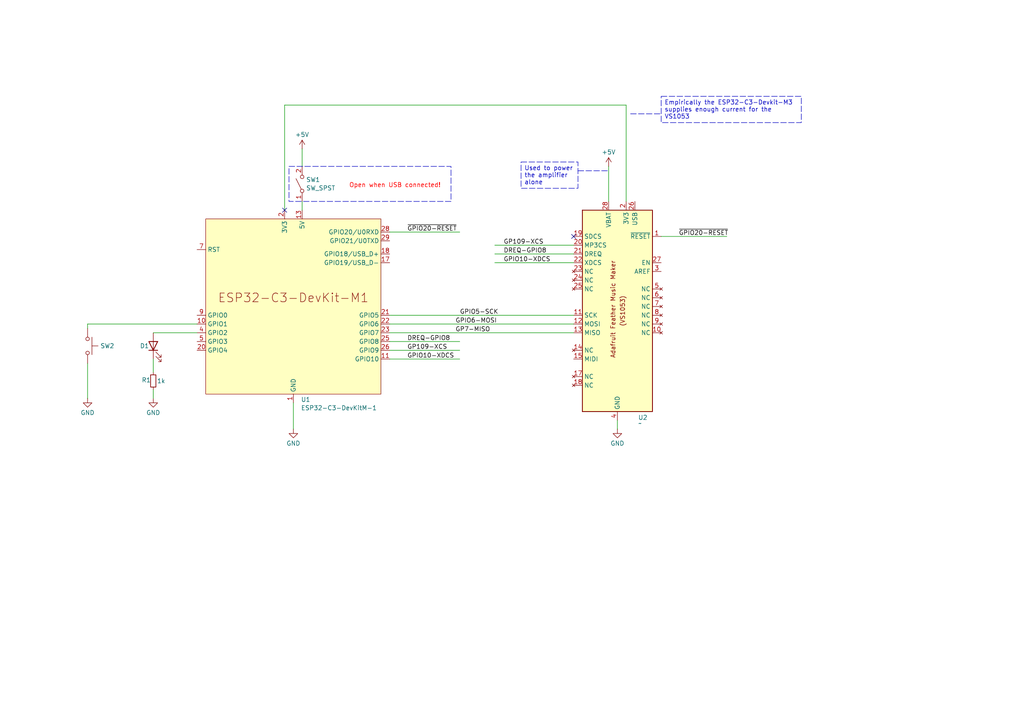
<source format=kicad_sch>
(kicad_sch (version 20231120) (generator "eeschema") (generator_version "8.0")
  (paper "A4")
  (title_block (title "Interim Internet Radio") (date "2024-11-23") (rev "DEV") (comment 1 "Intended as test bed for software development") (comment 4 "Development version using Adafruit MP3 codec"))
  (lib_symbols
    (symbol "Adafruit-music-maker:Adafruit_Feather_Music_Maker_VS1053" (exclude_from_sim yes)
      (property "Reference" "U2" (at 6.0041 -29.6601 0))
      (property "Value" "~" (at 6.0041 -31.3415 0))
      (symbol "Adafruit_Feather_Music_Maker_VS1053_0_1"
        (rectangle (start -10.16 30.48) (end 10.16 -27.94) (stroke (width 0.254)) (fill (type background)))
      )
      (symbol "Adafruit_Feather_Music_Maker_VS1053_1_1"
        (text "(VS1053)" (at 1.524 1.27 900) (effects (font (size 1.27 1.27))))
        (text "Adafruit Feather Music Maker" (at -1.27 1.778 900) (effects (font (size 1.27 1.27))))
        (pin input line (at 12.7 22.86 180) (length 2.54) (name "~{RESET}") (number "1"))
        (pin no_connect line (at 12.7 -5.08 180) (length 2.54) (name "NC") (number "10"))
        (pin bidirectional line (at -12.7 0 0) (length 2.54) (name "SCK") (number "11"))
        (pin bidirectional line (at -12.7 -2.54 0) (length 2.54) (name "MOSI") (number "12"))
        (pin bidirectional line (at -12.7 -5.08 0) (length 2.54) (name "MISO") (number "13"))
        (pin no_connect line (at -12.7 -10.16 0) (length 2.54) (name "NC") (number "14"))
        (pin bidirectional line (at -12.7 -12.7 0) (length 2.54) (name "MIDI") (number "15"))
        (pin no_connect line (at -12.7 -17.78 0) (length 2.54) (name "NC") (number "17"))
        (pin no_connect line (at -12.7 -20.32 0) (length 2.54) (name "NC") (number "18"))
        (pin input line (at -12.7 22.86 0) (length 2.54) (name "SDCS") (number "19"))
        (pin power_in line (at 2.54 33.02 270) (length 2.54) (name "3V3") (number "2"))
        (pin input line (at -12.7 20.32 0) (length 2.54) (name "MP3CS") (number "20"))
        (pin output line (at -12.7 17.78 0) (length 2.54) (name "DREQ") (number "21"))
        (pin input line (at -12.7 15.24 0) (length 2.54) (name "XDCS") (number "22"))
        (pin no_connect line (at -12.7 12.7 0) (length 2.54) (name "NC") (number "23"))
        (pin no_connect line (at -12.7 10.16 0) (length 2.54) (name "NC") (number "24"))
        (pin no_connect line (at -12.7 7.62 0) (length 2.54) (name "NC") (number "25"))
        (pin power_in line (at 5.08 33.02 270) (length 2.54) (name "USB") (number "26"))
        (pin input line (at 12.7 15.24 180) (length 2.54) (name "EN") (number "27"))
        (pin power_in line (at -2.54 33.02 270) (length 2.54) (name "VBAT") (number "28"))
        (pin input line (at 12.7 12.7 180) (length 2.54) (name "AREF") (number "3"))
        (pin power_in line (at 0 -30.48 90) (length 2.54) (name "GND") (number "4"))
        (pin no_connect line (at 12.7 7.62 180) (length 2.54) (name "NC") (number "5"))
        (pin no_connect line (at 12.7 5.08 180) (length 2.54) (name "NC") (number "6"))
        (pin no_connect line (at 12.7 2.54 180) (length 2.54) (name "NC") (number "7"))
        (pin no_connect line (at 12.7 0 180) (length 2.54) (name "NC") (number "8"))
        (pin no_connect line (at 12.7 -2.54 180) (length 2.54) (name "NC") (number "9"))
      )
    )
    (symbol "Device:LED" (pin_numbers hide) (pin_names (offset 1.016) hide)
      (property "Reference" "D" (at 0 2.54 0))
      (property "Value" "LED" (at 0 -2.54 0))
      (symbol "LED_0_1"
        (polyline (pts (xy -1.27 -1.27) (xy -1.27 1.27)) (stroke (width 0.254)))
        (polyline (pts (xy -1.27 0) (xy 1.27 0)))
        (polyline (pts (xy 1.27 -1.27) (xy 1.27 1.27) (xy -1.27 0) (xy 1.27 -1.27)) (stroke (width 0.254)))
        (polyline (pts (xy -3.048 -0.762) (xy -4.572 -2.286) (xy -3.81 -2.286) (xy -4.572 -2.286) (xy -4.572 -1.524)))
        (polyline (pts (xy -1.778 -0.762) (xy -3.302 -2.286) (xy -2.54 -2.286) (xy -3.302 -2.286) (xy -3.302 -1.524)))
      )
      (symbol "LED_1_1"
        (pin passive line (at -3.81 0 0) (length 2.54) (name "K") (number "1"))
        (pin passive line (at 3.81 0 180) (length 2.54) (name "A") (number "2"))
      )
    )
    (symbol "Device:R_Small" (pin_numbers hide) (pin_names (offset 0.254) hide)
      (property "Reference" "R" (at 0.762 0.508 0))
      (property "Value" "R_Small" (at 0.762 -1.016 0))
      (symbol "R_Small_0_1"
        (rectangle (start -0.762 1.778) (end 0.762 -1.778) (stroke (width 0.2032)))
      )
      (symbol "R_Small_1_1"
        (pin passive line (at 0 2.54 270) (length 0.762) (name "~") (number "1"))
        (pin passive line (at 0 -2.54 90) (length 0.762) (name "~") (number "2"))
      )
    )
    (symbol "Espressif:ESP32-C3-DevKitM-1"
      (property "Reference" "U1" (at 2.1941 -26.9931 0))
      (property "Value" "ESP32-C3-DevKitM-1" (at 2.1941 -29.4174 0))
      (symbol "ESP32-C3-DevKitM-1_0_1"
        (rectangle (start -25.4 25.4) (end 25.4 -25.4) (fill (type background)))
      )
      (symbol "ESP32-C3-DevKitM-1_1_0"
        (text "ESP32-C3-DevKit-M1" (at 0 2.54 0) (effects (font (size 2.54 2.54))))
      )
      (symbol "ESP32-C3-DevKitM-1_1_1"
        (pin passive line (at 0 -27.94 90) (length 2.54) (name "GND") (number "1"))
        (pin bidirectional line (at -27.94 -5.08 0) (length 2.54) (name "GPIO1") (number "10"))
        (pin bidirectional line (at 27.94 -15.24 180) (length 2.54) (name "GPIO10") (number "11"))
        (pin passive line (at 0 -27.94 90) (length 2.54) hide (name "GND") (number "12"))
        (pin power_in line (at 2.54 27.94 270) (length 2.54) (name "5V") (number "13"))
        (pin power_in line (at 2.54 27.94 270) (length 2.54) hide (name "5V") (number "14"))
        (pin passive line (at 0 -27.94 90) (length 2.54) hide (name "GND") (number "15"))
        (pin passive line (at 0 -27.94 90) (length 2.54) hide (name "GND") (number "16"))
        (pin bidirectional line (at 27.94 12.7 180) (length 2.54) (name "GPIO19/USB_D-") (number "17"))
        (pin bidirectional line (at 27.94 15.24 180) (length 2.54) (name "GPIO18/USB_D+") (number "18"))
        (pin passive line (at 0 -27.94 90) (length 2.54) hide (name "GND") (number "19"))
        (pin power_in line (at -2.54 27.94 270) (length 2.54) (name "3V3") (number "2"))
        (pin bidirectional line (at -27.94 -12.7 0) (length 2.54) (name "GPIO4") (number "20"))
        (pin bidirectional line (at 27.94 -2.54 180) (length 2.54) (name "GPIO5") (number "21"))
        (pin bidirectional line (at 27.94 -5.08 180) (length 2.54) (name "GPIO6") (number "22"))
        (pin bidirectional line (at 27.94 -7.62 180) (length 2.54) (name "GPIO7") (number "23"))
        (pin passive line (at 0 -27.94 90) (length 2.54) hide (name "GND") (number "24"))
        (pin bidirectional line (at 27.94 -10.16 180) (length 2.54) (name "GPIO8") (number "25"))
        (pin bidirectional line (at 27.94 -12.7 180) (length 2.54) (name "GPIO9") (number "26"))
        (pin passive line (at 0 -27.94 90) (length 2.54) hide (name "GND") (number "27"))
        (pin bidirectional line (at 27.94 21.59 180) (length 2.54) (name "GPIO20/U0RXD") (number "28"))
        (pin bidirectional line (at 27.94 19.05 180) (length 2.54) (name "GPIO21/U0TXD") (number "29"))
        (pin power_in line (at -2.54 27.94 270) (length 2.54) hide (name "3V3") (number "3"))
        (pin passive line (at 0 -27.94 90) (length 2.54) hide (name "GND") (number "30"))
        (pin bidirectional line (at -27.94 -7.62 0) (length 2.54) (name "GPIO2") (number "4"))
        (pin bidirectional line (at -27.94 -10.16 0) (length 2.54) (name "GPIO3") (number "5"))
        (pin passive line (at 0 -27.94 90) (length 2.54) hide (name "GND") (number "6"))
        (pin output line (at -27.94 16.51 0) (length 2.54) (name "RST") (number "7"))
        (pin passive line (at 0 -27.94 90) (length 2.54) hide (name "GND") (number "8"))
        (pin bidirectional line (at -27.94 -2.54 0) (length 2.54) (name "GPIO0") (number "9"))
      )
    )
    (symbol "Switch:SW_Push" (pin_numbers hide) (pin_names (offset 1.016) hide)
      (property "Reference" "SW" (at 1.27 2.54 0))
      (property "Value" "SW_Push" (at 0 -1.524 0))
      (symbol "SW_Push_0_1"
        (circle (center -2.032 0) (radius 0.508))
        (polyline (pts (xy 0 1.27) (xy 0 3.048)))
        (polyline (pts (xy 2.54 1.27) (xy -2.54 1.27)))
        (circle (center 2.032 0) (radius 0.508))
        (pin passive line (at -5.08 0 0) (length 2.54) (name "1") (number "1"))
        (pin passive line (at 5.08 0 180) (length 2.54) (name "2") (number "2"))
      )
    )
    (symbol "Switch:SW_SPST" (pin_names (offset 0) hide)
      (property "Reference" "SW" (at 0 3.175 0))
      (property "Value" "SW_SPST" (at 0 -2.54 0))
      (symbol "SW_SPST_0_0"
        (circle (center -2.032 0) (radius 0.508))
        (polyline (pts (xy -1.524 0.254) (xy 1.524 1.778)))
        (circle (center 2.032 0) (radius 0.508))
      )
      (symbol "SW_SPST_1_1"
        (pin passive line (at -5.08 0 0) (length 2.54) (name "A") (number "1"))
        (pin passive line (at 5.08 0 180) (length 2.54) (name "B") (number "2"))
      )
    )
    (symbol "power:+5V" (power) (pin_numbers hide) (pin_names (offset 0) hide)
      (property "Value" "+5V" (at 0 3.556 0))
      (symbol "+5V_0_1"
        (polyline (pts (xy -0.762 1.27) (xy 0 2.54)))
        (polyline (pts (xy 0 0) (xy 0 2.54)))
        (polyline (pts (xy 0 2.54) (xy 0.762 1.27)))
      )
      (symbol "+5V_1_1"
        (pin power_in line (at 0 0 90) (length 0) (name "~") (number "1"))
      )
    )
    (symbol "power:GND" (power) (pin_numbers hide) (pin_names (offset 0) hide)
      (property "Value" "GND" (at 0 -3.81 0))
      (symbol "GND_0_1"
        (polyline (pts (xy 0 0) (xy 0 -1.27) (xy 1.27 -1.27) (xy 0 -2.54) (xy -1.27 -1.27) (xy 0 -1.27)))
      )
      (symbol "GND_1_1"
        (pin power_in line (at 0 0 270) (length 0) (name "~") (number "1"))
      )
    )
  )
  (no_connect (at 82.55 60.96))
  (no_connect (at 166.37 68.58))
  (wire (pts (xy 143.51 76.2) (xy 166.37 76.2)))
  (wire (pts (xy 176.53 48.26) (xy 176.53 58.42)))
  (wire (pts (xy 85.09 116.84) (xy 85.09 124.46)))
  (wire (pts (xy 113.03 67.31) (xy 133.35 67.31)))
  (wire (pts (xy 113.03 101.6) (xy 133.35 101.6)))
  (wire (pts (xy 44.45 115.57) (xy 44.45 113.03)))
  (wire (pts (xy 44.45 96.52) (xy 57.15 96.52)))
  (polyline (pts (xy 167.64 49.53) (xy 176.53 49.53)) (stroke (width 0) (type dash)))
  (wire (pts (xy 143.51 73.66) (xy 166.37 73.66)))
  (wire (pts (xy 82.55 30.48) (xy 181.61 30.48)))
  (wire (pts (xy 82.55 60.96) (xy 82.55 30.48)))
  (wire (pts (xy 113.03 99.06) (xy 133.35 99.06)))
  (wire (pts (xy 181.61 30.48) (xy 181.61 58.42)))
  (wire (pts (xy 143.51 71.12) (xy 166.37 71.12)))
  (wire (pts (xy 87.63 58.42) (xy 87.63 60.96)))
  (wire (pts (xy 44.45 107.95) (xy 44.45 104.14)))
  (wire (pts (xy 57.15 93.98) (xy 25.4 93.98)))
  (wire (pts (xy 25.4 93.98) (xy 25.4 95.25)))
  (wire (pts (xy 113.03 93.98) (xy 166.37 93.98)))
  (polyline (pts (xy 182.88 33.02) (xy 191.77 33.02)) (stroke (width 0) (type dash)))
  (wire (pts (xy 25.4 105.41) (xy 25.4 115.57)))
  (wire (pts (xy 179.07 121.92) (xy 179.07 124.46)))
  (wire (pts (xy 191.77 68.58) (xy 210.82 68.58)))
  (wire (pts (xy 87.63 43.18) (xy 87.63 48.26)))
  (wire (pts (xy 113.03 91.44) (xy 166.37 91.44)))
  (wire (pts (xy 113.03 96.52) (xy 166.37 96.52)))
  (wire (pts (xy 113.03 104.14) (xy 133.35 104.14)))
  (rectangle (start 83.82 48.26) (end 130.81 58.42) (stroke (width 0) (type dash)))
  (text_box "Used to power \nthe amplifier\nalone\n" (at 151.13 46.99 0) (size 16.51 7.62) (stroke (width 0) (type dash)) (effects (font (size 1.27 1.27)) (justify left top)))
  (text_box "Empirically the ESP32-C3-Devkit-M3 \nsupplies enough current for the VS1053" (at 191.77 27.94 0) (size 40.64 7.62) (stroke (width 0) (type dash)) (effects (font (size 1.27 1.27)) (justify left top)))
  (text "Open when USB connected!" (at 114.554 53.848 0) (effects (font (size 1.27 1.27))))
  (label "GPIO6-MOSI" (at 132.08 93.98 0))
  (label "GPIO10-XDCS" (at 146.05 76.2 0))
  (label "GPIO10-XDCS" (at 118.11 104.14 0))
  (label "GP109-XCS" (at 118.11 101.6 0))
  (label "DREQ-GPIO8" (at 146.05 73.66 0))
  (label "~{GPIO20-RESET}" (at 196.85 68.58 0))
  (label "GP109-XCS" (at 146.05 71.12 0))
  (label "DREQ-GPIO8" (at 118.11 99.06 0))
  (label "GP7-MISO" (at 132.08 96.52 0))
  (label "~{GPIO20-RESET}" (at 118.11 67.31 0))
  (label "GPIO5-SCK" (at 133.35 91.44 0))
  (symbol (lib_id "power:GND") (at 44.45 115.57 0) (unit 1)
    (property "Reference" "#PWR05" (effects (hide yes)))
    (property "Value" "GND" (at 44.45 119.7031 0))
    (property "Description" "Power symbol creates a global label with name \"GND\" , ground" (effects (hide yes)))
  )
  (symbol (lib_id "power:GND") (at 179.07 124.46 0) (unit 1)
    (property "Reference" "#PWR03" (effects (hide yes)))
    (property "Value" "GND" (at 179.07 128.5931 0))
    (property "Description" "Power symbol creates a global label with name \"GND\" , ground" (effects (hide yes)))
  )
  (symbol (lib_id "power:+5V") (at 87.63 43.18 0) (unit 1)
    (property "Reference" "#PWR01" (effects (hide yes)))
    (property "Value" "+5V" (at 87.63 39.0469 0))
    (property "Description" "Power symbol creates a global label with name \"+5V\"" (effects (hide yes)))
  )
  (symbol (lib_id "Adafruit-music-maker:Adafruit_Feather_Music_Maker_VS1053") (at 179.07 91.44 0) (unit 1) (exclude_from_sim yes)
    (property "Reference" "U2" (at 185.0741 121.1001 0) (effects (justify left)))
    (property "Value" "~" (at 185.0741 122.7815 0) (effects (justify left)))
  )
  (symbol (lib_id "Device:R_Small") (at 44.45 110.49 180) (unit 1)
    (property "Reference" "R1" (at 42.418 110.236 0))
    (property "Value" "1k" (at 46.736 110.49 0))
    (property "Description" "Resistor, small symbol" (effects (hide yes)))
  )
  (symbol (lib_id "power:GND") (at 85.09 124.46 0) (unit 1)
    (property "Reference" "#PWR04" (effects (hide yes)))
    (property "Value" "GND" (at 85.09 128.5931 0))
    (property "Description" "Power symbol creates a global label with name \"GND\" , ground" (effects (hide yes)))
  )
  (symbol (lib_id "Device:LED") (at 44.45 100.33 90) (unit 1)
    (property "Reference" "D1" (at 41.91 100.33 90))
    (property "Value" "LED" (effects (hide yes)))
    (property "Description" "Light emitting diode" (effects (hide yes)))
  )
  (symbol (lib_id "power:+5V") (at 176.53 48.26 0) (unit 1)
    (property "Reference" "#PWR02" (effects (hide yes)))
    (property "Value" "+5V" (at 176.53 44.1269 0))
    (property "Description" "Power symbol creates a global label with name \"+5V\"" (effects (hide yes)))
  )
  (symbol (lib_id "power:GND") (at 25.4 115.57 0) (unit 1)
    (property "Reference" "#PWR06" (effects (hide yes)))
    (property "Value" "GND" (at 25.4 119.7031 0))
    (property "Description" "Power symbol creates a global label with name \"GND\" , ground" (effects (hide yes)))
  )
  (symbol (lib_id "Switch:SW_SPST") (at 87.63 53.34 90) (unit 1)
    (property "Reference" "SW1" (at 88.773 52.1278 90) (effects (justify right)))
    (property "Value" "SW_SPST" (at 88.773 54.5521 90) (effects (justify right)))
    (property "Description" "Single Pole Single Throw (SPST) switch" (effects (hide yes)))
  )
  (symbol (lib_id "Switch:SW_Push") (at 25.4 100.33 270) (unit 1)
    (property "Reference" "SW2" (at 29.083 100.33 90) (effects (justify left)))
    (property "Value" "SW_Push" (effects (hide yes)))
    (property "Description" "Push button switch, generic, two pins" (effects (hide yes)))
  )
  (symbol (lib_id "Espressif:ESP32-C3-DevKitM-1") (at 85.09 88.9 0) (unit 1)
    (property "Reference" "U1" (at 87.2841 115.8931 0) (effects (justify left)))
    (property "Value" "ESP32-C3-DevKitM-1" (at 87.2841 118.3174 0) (effects (justify left)))
    (property "Footprint" "PCM_Espressif:ESP32-C3-DevKitM-1" (effects (hide yes)))
    (property "Datasheet" "https://www.espressif.com/sites/default/files/documentation/esp32-c3-mini-1_datasheet_en.pdf" (effects (hide yes)))
    (property "Description" "ESP32-C3-MINI-1 family is an ultra-low-power MCU-based SoC solution that supports 2.4 GHz Wi-Fi and Bluetooth®Low Energy (Bluetooth LE)." (effects (hide yes)))
  )
)
</source>
